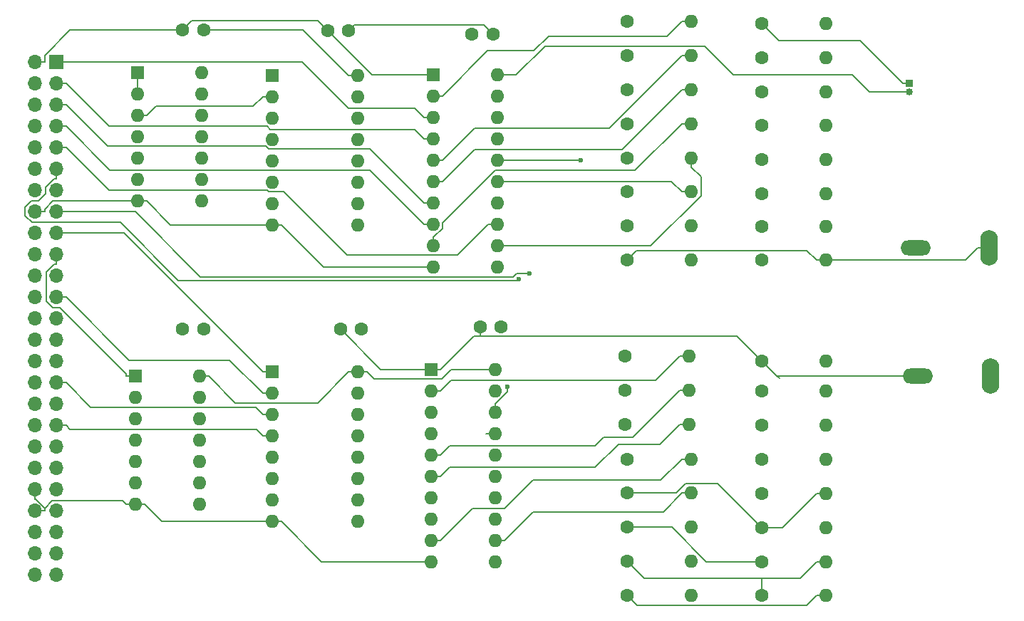
<source format=gbr>
%TF.GenerationSoftware,KiCad,Pcbnew,8.0.1*%
%TF.CreationDate,2024-06-17T09:25:23-04:00*%
%TF.ProjectId,lbporch,6c62706f-7263-4682-9e6b-696361645f70,rev?*%
%TF.SameCoordinates,Original*%
%TF.FileFunction,Copper,L1,Top*%
%TF.FilePolarity,Positive*%
%FSLAX46Y46*%
G04 Gerber Fmt 4.6, Leading zero omitted, Abs format (unit mm)*
G04 Created by KiCad (PCBNEW 8.0.1) date 2024-06-17 09:25:23*
%MOMM*%
%LPD*%
G01*
G04 APERTURE LIST*
%TA.AperFunction,ComponentPad*%
%ADD10R,1.600000X1.600000*%
%TD*%
%TA.AperFunction,ComponentPad*%
%ADD11O,1.600000X1.600000*%
%TD*%
%TA.AperFunction,ComponentPad*%
%ADD12R,0.850000X0.850000*%
%TD*%
%TA.AperFunction,ComponentPad*%
%ADD13O,0.850000X0.850000*%
%TD*%
%TA.AperFunction,ComponentPad*%
%ADD14C,1.600000*%
%TD*%
%TA.AperFunction,ComponentPad*%
%ADD15O,2.100000X4.200000*%
%TD*%
%TA.AperFunction,ComponentPad*%
%ADD16O,3.600000X1.800000*%
%TD*%
%TA.AperFunction,ComponentPad*%
%ADD17R,1.700000X1.700000*%
%TD*%
%TA.AperFunction,ComponentPad*%
%ADD18O,1.700000X1.700000*%
%TD*%
%TA.AperFunction,ViaPad*%
%ADD19C,0.600000*%
%TD*%
%TA.AperFunction,Conductor*%
%ADD20C,0.200000*%
%TD*%
G04 APERTURE END LIST*
D10*
%TO.P,U2,1*%
%TO.N,/A1*%
X87884000Y-93726000D03*
D11*
%TO.P,U2,2*%
X87884000Y-96266000D03*
%TO.P,U2,3*%
%TO.N,/A2*%
X87884000Y-98806000D03*
%TO.P,U2,4*%
X87884000Y-101346000D03*
%TO.P,U2,5*%
%TO.N,/A4*%
X87884000Y-103886000D03*
%TO.P,U2,6*%
%TO.N,/A5*%
X87884000Y-106426000D03*
%TO.P,U2,7,GND*%
%TO.N,GND*%
X87884000Y-108966000D03*
%TO.P,U2,8*%
%TO.N,Net-(U6-E2)*%
X95504000Y-108966000D03*
%TO.P,U2,9*%
%TO.N,N/C*%
X95504000Y-106426000D03*
%TO.P,U2,10*%
X95504000Y-103886000D03*
%TO.P,U2,11*%
%TO.N,/A5*%
X95504000Y-101346000D03*
%TO.P,U2,12*%
X95504000Y-98806000D03*
%TO.P,U2,13*%
%TO.N,N/C*%
X95504000Y-96266000D03*
%TO.P,U2,14,Vcc*%
%TO.N,+5V*%
X95504000Y-93726000D03*
%TD*%
D12*
%TO.P,J4,1,Pin_1*%
%TO.N,GND*%
X179832000Y-58928000D03*
D13*
%TO.P,J4,2,Pin_2*%
%TO.N,+5V*%
X179832000Y-59928000D03*
%TD*%
D10*
%TO.P,U3,1,OE*%
%TO.N,GND*%
X123261700Y-57870000D03*
D11*
%TO.P,U3,2,O0*%
%TO.N,Net-(U3-O0)*%
X123261700Y-60410000D03*
%TO.P,U3,3,D0*%
%TO.N,/D0*%
X123261700Y-62950000D03*
%TO.P,U3,4,D1*%
%TO.N,/D1*%
X123261700Y-65490000D03*
%TO.P,U3,5,O1*%
%TO.N,Net-(U3-O1)*%
X123261700Y-68030000D03*
%TO.P,U3,6,O2*%
%TO.N,Net-(U3-O2)*%
X123261700Y-70570000D03*
%TO.P,U3,7,D2*%
%TO.N,/D2*%
X123261700Y-73110000D03*
%TO.P,U3,8,D3*%
%TO.N,/D3*%
X123261700Y-75650000D03*
%TO.P,U3,9,O3*%
%TO.N,Net-(U3-O3)*%
X123261700Y-78190000D03*
%TO.P,U3,10,GND*%
%TO.N,GND*%
X123261700Y-80730000D03*
%TO.P,U3,11,Cp*%
%TO.N,Net-(U3-Cp)*%
X130881700Y-80730000D03*
%TO.P,U3,12,O4*%
%TO.N,Net-(U3-O4)*%
X130881700Y-78190000D03*
%TO.P,U3,13,D4*%
%TO.N,/D4*%
X130881700Y-75650000D03*
%TO.P,U3,14,D5*%
%TO.N,/D5*%
X130881700Y-73110000D03*
%TO.P,U3,15,O5*%
%TO.N,Net-(U3-O5)*%
X130881700Y-70570000D03*
%TO.P,U3,16,O6*%
%TO.N,Net-(U3-O6)*%
X130881700Y-68030000D03*
%TO.P,U3,17,D6*%
%TO.N,/D6*%
X130881700Y-65490000D03*
%TO.P,U3,18,D7*%
%TO.N,/D7*%
X130881700Y-62950000D03*
%TO.P,U3,19,O7*%
%TO.N,Net-(U3-O7)*%
X130881700Y-60410000D03*
%TO.P,U3,20,VCC*%
%TO.N,+5V*%
X130881700Y-57870000D03*
%TD*%
D14*
%TO.P,C6,1*%
%TO.N,GND*%
X93492000Y-52578000D03*
%TO.P,C6,2*%
%TO.N,+5V*%
X95992000Y-52578000D03*
%TD*%
%TO.P,R24,1*%
%TO.N,Net-(R23-Pad2)*%
X162306000Y-79926000D03*
D11*
%TO.P,R24,2*%
%TO.N,Net-(J2-In)*%
X169926000Y-79926000D03*
%TD*%
D14*
%TO.P,R17,1*%
%TO.N,GND*%
X162306000Y-51774000D03*
D11*
%TO.P,R17,2*%
%TO.N,Net-(R1-Pad1)*%
X169926000Y-51774000D03*
%TD*%
D14*
%TO.P,R32,1*%
%TO.N,Net-(R15-Pad1)*%
X162306000Y-119804000D03*
D11*
%TO.P,R32,2*%
%TO.N,Net-(J3-In)*%
X169926000Y-119804000D03*
%TD*%
D14*
%TO.P,R18,1*%
%TO.N,Net-(R1-Pad1)*%
X162306000Y-55824000D03*
D11*
%TO.P,R18,2*%
%TO.N,Net-(R18-Pad2)*%
X169926000Y-55824000D03*
%TD*%
D14*
%TO.P,C4,1*%
%TO.N,GND*%
X112248000Y-88138000D03*
%TO.P,C4,2*%
%TO.N,+5V*%
X114748000Y-88138000D03*
%TD*%
D10*
%TO.P,U1,1*%
%TO.N,/A1*%
X88138000Y-57653000D03*
D11*
%TO.P,U1,2*%
X88138000Y-60193000D03*
%TO.P,U1,3*%
%TO.N,/A2*%
X88138000Y-62733000D03*
%TO.P,U1,4*%
X88138000Y-65273000D03*
%TO.P,U1,5*%
%TO.N,/A4*%
X88138000Y-67813000D03*
%TO.P,U1,6*%
%TO.N,/A5*%
X88138000Y-70353000D03*
%TO.P,U1,7,GND*%
%TO.N,GND*%
X88138000Y-72893000D03*
%TO.P,U1,8*%
%TO.N,Net-(U5-E2)*%
X95758000Y-72893000D03*
%TO.P,U1,9*%
%TO.N,N/C*%
X95758000Y-70353000D03*
%TO.P,U1,10*%
X95758000Y-67813000D03*
%TO.P,U1,11*%
%TO.N,/A5*%
X95758000Y-65273000D03*
%TO.P,U1,12*%
X95758000Y-62733000D03*
%TO.P,U1,13*%
%TO.N,N/C*%
X95758000Y-60193000D03*
%TO.P,U1,14,Vcc*%
%TO.N,+5V*%
X95758000Y-57653000D03*
%TD*%
D14*
%TO.P,R26,1*%
%TO.N,Net-(R25-Pad2)*%
X162306000Y-95504000D03*
D11*
%TO.P,R26,2*%
%TO.N,Net-(R10-Pad1)*%
X169926000Y-95504000D03*
%TD*%
D14*
%TO.P,R28,1*%
%TO.N,Net-(R11-Pad1)*%
X162306000Y-103604000D03*
D11*
%TO.P,R28,2*%
%TO.N,Net-(R12-Pad1)*%
X169926000Y-103604000D03*
%TD*%
D14*
%TO.P,R1,1*%
%TO.N,Net-(R1-Pad1)*%
X146304000Y-51548000D03*
D11*
%TO.P,R1,2*%
%TO.N,Net-(U3-O0)*%
X153924000Y-51548000D03*
%TD*%
D14*
%TO.P,R25,1*%
%TO.N,GND*%
X162306000Y-91892000D03*
D11*
%TO.P,R25,2*%
%TO.N,Net-(R25-Pad2)*%
X169926000Y-91892000D03*
%TD*%
D14*
%TO.P,C3,1*%
%TO.N,GND*%
X128849700Y-87842000D03*
%TO.P,C3,2*%
%TO.N,+5V*%
X131349700Y-87842000D03*
%TD*%
%TO.P,R29,1*%
%TO.N,Net-(R12-Pad1)*%
X162306000Y-107654000D03*
D11*
%TO.P,R29,2*%
%TO.N,Net-(R13-Pad1)*%
X169926000Y-107654000D03*
%TD*%
D14*
%TO.P,R13,1*%
%TO.N,Net-(R13-Pad1)*%
X146304000Y-107612000D03*
D11*
%TO.P,R13,2*%
%TO.N,Net-(U4-O4)*%
X153924000Y-107612000D03*
%TD*%
D14*
%TO.P,R20,1*%
%TO.N,Net-(R19-Pad2)*%
X162306000Y-63924000D03*
D11*
%TO.P,R20,2*%
%TO.N,Net-(R20-Pad2)*%
X169926000Y-63924000D03*
%TD*%
D10*
%TO.P,U5,1,A0*%
%TO.N,/A0*%
X104100000Y-57927000D03*
D11*
%TO.P,U5,2,A1*%
%TO.N,/A2*%
X104100000Y-60467000D03*
%TO.P,U5,3,A2*%
%TO.N,/A7*%
X104100000Y-63007000D03*
%TO.P,U5,4,E1*%
%TO.N,/XOUT*%
X104100000Y-65547000D03*
%TO.P,U5,5,E2*%
%TO.N,Net-(U5-E2)*%
X104100000Y-68087000D03*
%TO.P,U5,6,E3*%
%TO.N,unconnected-(U5-E3-Pad6)*%
X104100000Y-70627000D03*
%TO.P,U5,7,O7*%
%TO.N,unconnected-(U5-O7-Pad7)*%
X104100000Y-73167000D03*
%TO.P,U5,8,GND*%
%TO.N,GND*%
X104100000Y-75707000D03*
%TO.P,U5,9,O6*%
%TO.N,unconnected-(U5-O6-Pad9)*%
X114260000Y-75707000D03*
%TO.P,U5,10,O5*%
%TO.N,unconnected-(U5-O5-Pad10)*%
X114260000Y-73167000D03*
%TO.P,U5,11,O4*%
%TO.N,unconnected-(U5-O4-Pad11)*%
X114260000Y-70627000D03*
%TO.P,U5,12,O3*%
%TO.N,unconnected-(U5-O3-Pad12)*%
X114260000Y-68087000D03*
%TO.P,U5,13,O2*%
%TO.N,unconnected-(U5-O2-Pad13)*%
X114260000Y-65547000D03*
%TO.P,U5,14,O1*%
%TO.N,unconnected-(U5-O1-Pad14)*%
X114260000Y-63007000D03*
%TO.P,U5,15,O0*%
%TO.N,Net-(U3-Cp)*%
X114260000Y-60467000D03*
%TO.P,U5,16,VCC*%
%TO.N,+5V*%
X114260000Y-57927000D03*
%TD*%
D14*
%TO.P,R22,1*%
%TO.N,Net-(R21-Pad2)*%
X162306000Y-72024000D03*
D11*
%TO.P,R22,2*%
%TO.N,Net-(R22-Pad2)*%
X169926000Y-72024000D03*
%TD*%
D14*
%TO.P,R31,1*%
%TO.N,Net-(R14-Pad1)*%
X162306000Y-115754000D03*
D11*
%TO.P,R31,2*%
%TO.N,Net-(R15-Pad1)*%
X169926000Y-115754000D03*
%TD*%
D14*
%TO.P,R4,1*%
%TO.N,Net-(R20-Pad2)*%
X146304000Y-63698000D03*
D11*
%TO.P,R4,2*%
%TO.N,Net-(U3-O3)*%
X153924000Y-63698000D03*
%TD*%
D15*
%TO.P,J3,1,In*%
%TO.N,Net-(J3-In)*%
X189515000Y-93726000D03*
D16*
%TO.P,J3,2,Ext*%
%TO.N,GND*%
X180815000Y-93726000D03*
%TD*%
D14*
%TO.P,R14,1*%
%TO.N,Net-(R14-Pad1)*%
X146304000Y-111662000D03*
D11*
%TO.P,R14,2*%
%TO.N,Net-(U4-O5)*%
X153924000Y-111662000D03*
%TD*%
D14*
%TO.P,R16,1*%
%TO.N,Net-(J3-In)*%
X146304000Y-119762000D03*
D11*
%TO.P,R16,2*%
%TO.N,Net-(U4-O7)*%
X153924000Y-119762000D03*
%TD*%
D10*
%TO.P,U6,1,A0*%
%TO.N,/A0*%
X104120000Y-93218000D03*
D11*
%TO.P,U6,2,A1*%
%TO.N,/A3*%
X104120000Y-95758000D03*
%TO.P,U6,3,A2*%
%TO.N,/A7*%
X104120000Y-98298000D03*
%TO.P,U6,4,E1*%
%TO.N,/XOUT*%
X104120000Y-100838000D03*
%TO.P,U6,5,E2*%
%TO.N,Net-(U6-E2)*%
X104120000Y-103378000D03*
%TO.P,U6,6,E3*%
%TO.N,unconnected-(U6-E3-Pad6)*%
X104120000Y-105918000D03*
%TO.P,U6,7,O7*%
%TO.N,unconnected-(U6-O7-Pad7)*%
X104120000Y-108458000D03*
%TO.P,U6,8,GND*%
%TO.N,GND*%
X104120000Y-110998000D03*
%TO.P,U6,9,O6*%
%TO.N,unconnected-(U6-O6-Pad9)*%
X114280000Y-110998000D03*
%TO.P,U6,10,O5*%
%TO.N,unconnected-(U6-O5-Pad10)*%
X114280000Y-108458000D03*
%TO.P,U6,11,O4*%
%TO.N,unconnected-(U6-O4-Pad11)*%
X114280000Y-105918000D03*
%TO.P,U6,12,O3*%
%TO.N,unconnected-(U6-O3-Pad12)*%
X114280000Y-103378000D03*
%TO.P,U6,13,O2*%
%TO.N,unconnected-(U6-O2-Pad13)*%
X114280000Y-100838000D03*
%TO.P,U6,14,O1*%
%TO.N,unconnected-(U6-O1-Pad14)*%
X114280000Y-98298000D03*
%TO.P,U6,15,O0*%
%TO.N,Net-(U4-Cp)*%
X114280000Y-95758000D03*
%TO.P,U6,16,VCC*%
%TO.N,+5V*%
X114280000Y-93218000D03*
%TD*%
D14*
%TO.P,R10,1*%
%TO.N,Net-(R10-Pad1)*%
X146050000Y-95392000D03*
D11*
%TO.P,R10,2*%
%TO.N,Net-(U4-O1)*%
X153670000Y-95392000D03*
%TD*%
D14*
%TO.P,R30,1*%
%TO.N,Net-(R13-Pad1)*%
X162306000Y-111704000D03*
D11*
%TO.P,R30,2*%
%TO.N,Net-(R14-Pad1)*%
X169926000Y-111704000D03*
%TD*%
D14*
%TO.P,C2,1*%
%TO.N,GND*%
X127873700Y-53044000D03*
%TO.P,C2,2*%
%TO.N,+5V*%
X130373700Y-53044000D03*
%TD*%
%TO.P,R11,1*%
%TO.N,Net-(R11-Pad1)*%
X146050000Y-99442000D03*
D11*
%TO.P,R11,2*%
%TO.N,Net-(U4-O2)*%
X153670000Y-99442000D03*
%TD*%
D14*
%TO.P,R12,1*%
%TO.N,Net-(R12-Pad1)*%
X146304000Y-103562000D03*
D11*
%TO.P,R12,2*%
%TO.N,Net-(U4-O3)*%
X153924000Y-103562000D03*
%TD*%
D14*
%TO.P,R15,1*%
%TO.N,Net-(R15-Pad1)*%
X146304000Y-115712000D03*
D11*
%TO.P,R15,2*%
%TO.N,Net-(U4-O6)*%
X153924000Y-115712000D03*
%TD*%
D10*
%TO.P,U4,1,OE*%
%TO.N,GND*%
X123007700Y-92922000D03*
D11*
%TO.P,U4,2,O0*%
%TO.N,Net-(U4-O0)*%
X123007700Y-95462000D03*
%TO.P,U4,3,D0*%
%TO.N,/D0*%
X123007700Y-98002000D03*
%TO.P,U4,4,D1*%
%TO.N,/D1*%
X123007700Y-100542000D03*
%TO.P,U4,5,O1*%
%TO.N,Net-(U4-O1)*%
X123007700Y-103082000D03*
%TO.P,U4,6,O2*%
%TO.N,Net-(U4-O2)*%
X123007700Y-105622000D03*
%TO.P,U4,7,D2*%
%TO.N,/D2*%
X123007700Y-108162000D03*
%TO.P,U4,8,D3*%
%TO.N,/D3*%
X123007700Y-110702000D03*
%TO.P,U4,9,O3*%
%TO.N,Net-(U4-O3)*%
X123007700Y-113242000D03*
%TO.P,U4,10,GND*%
%TO.N,GND*%
X123007700Y-115782000D03*
%TO.P,U4,11,Cp*%
%TO.N,Net-(U4-Cp)*%
X130627700Y-115782000D03*
%TO.P,U4,12,O4*%
%TO.N,Net-(U4-O4)*%
X130627700Y-113242000D03*
%TO.P,U4,13,D4*%
%TO.N,/D4*%
X130627700Y-110702000D03*
%TO.P,U4,14,D5*%
%TO.N,/D5*%
X130627700Y-108162000D03*
%TO.P,U4,15,O5*%
%TO.N,Net-(U4-O5)*%
X130627700Y-105622000D03*
%TO.P,U4,16,O6*%
%TO.N,Net-(U4-O6)*%
X130627700Y-103082000D03*
%TO.P,U4,17,D6*%
%TO.N,/D6*%
X130627700Y-100542000D03*
%TO.P,U4,18,D7*%
%TO.N,/D7*%
X130627700Y-98002000D03*
%TO.P,U4,19,O7*%
%TO.N,Net-(U4-O7)*%
X130627700Y-95462000D03*
%TO.P,U4,20,VCC*%
%TO.N,+5V*%
X130627700Y-92922000D03*
%TD*%
D14*
%TO.P,R3,1*%
%TO.N,Net-(R19-Pad2)*%
X146304000Y-59648000D03*
D11*
%TO.P,R3,2*%
%TO.N,Net-(U3-O2)*%
X153924000Y-59648000D03*
%TD*%
D14*
%TO.P,R6,1*%
%TO.N,Net-(R22-Pad2)*%
X146304000Y-71798000D03*
D11*
%TO.P,R6,2*%
%TO.N,Net-(U3-O5)*%
X153924000Y-71798000D03*
%TD*%
D14*
%TO.P,R21,1*%
%TO.N,Net-(R20-Pad2)*%
X162306000Y-67974000D03*
D11*
%TO.P,R21,2*%
%TO.N,Net-(R21-Pad2)*%
X169926000Y-67974000D03*
%TD*%
D14*
%TO.P,R8,1*%
%TO.N,Net-(J2-In)*%
X146304000Y-79898000D03*
D11*
%TO.P,R8,2*%
%TO.N,Net-(U3-O7)*%
X153924000Y-79898000D03*
%TD*%
D14*
%TO.P,R27,1*%
%TO.N,Net-(R10-Pad1)*%
X162306000Y-99554000D03*
D11*
%TO.P,R27,2*%
%TO.N,Net-(R11-Pad1)*%
X169926000Y-99554000D03*
%TD*%
D14*
%TO.P,R19,1*%
%TO.N,Net-(R18-Pad2)*%
X162306000Y-59874000D03*
D11*
%TO.P,R19,2*%
%TO.N,Net-(R19-Pad2)*%
X169926000Y-59874000D03*
%TD*%
D14*
%TO.P,C5,1*%
%TO.N,GND*%
X93492000Y-88138000D03*
%TO.P,C5,2*%
%TO.N,+5V*%
X95992000Y-88138000D03*
%TD*%
%TO.P,R2,1*%
%TO.N,Net-(R18-Pad2)*%
X146304000Y-55598000D03*
D11*
%TO.P,R2,2*%
%TO.N,Net-(U3-O1)*%
X153924000Y-55598000D03*
%TD*%
D14*
%TO.P,R9,1*%
%TO.N,Net-(R25-Pad2)*%
X146050000Y-91342000D03*
D11*
%TO.P,R9,2*%
%TO.N,Net-(U4-O0)*%
X153670000Y-91342000D03*
%TD*%
D14*
%TO.P,R23,1*%
%TO.N,Net-(R22-Pad2)*%
X162306000Y-75876000D03*
D11*
%TO.P,R23,2*%
%TO.N,Net-(R23-Pad2)*%
X169926000Y-75876000D03*
%TD*%
D14*
%TO.P,R5,1*%
%TO.N,Net-(R21-Pad2)*%
X146304000Y-67748000D03*
D11*
%TO.P,R5,2*%
%TO.N,Net-(U3-O4)*%
X153924000Y-67748000D03*
%TD*%
D14*
%TO.P,R7,1*%
%TO.N,Net-(R23-Pad2)*%
X146304000Y-75848000D03*
D11*
%TO.P,R7,2*%
%TO.N,Net-(U3-O6)*%
X153924000Y-75848000D03*
%TD*%
D15*
%TO.P,J2,1,In*%
%TO.N,Net-(J2-In)*%
X189296000Y-78486000D03*
D16*
%TO.P,J2,2,Ext*%
%TO.N,GND*%
X180596000Y-78486000D03*
%TD*%
D14*
%TO.P,C1,1*%
%TO.N,GND*%
X110704000Y-52593000D03*
%TO.P,C1,2*%
%TO.N,+5V*%
X113204000Y-52593000D03*
%TD*%
D17*
%TO.P,J1,1,Pin_1*%
%TO.N,/D0*%
X78486000Y-56388000D03*
D18*
%TO.P,J1,2,Pin_2*%
%TO.N,GND*%
X75946000Y-56388000D03*
%TO.P,J1,3,Pin_3*%
%TO.N,/D1*%
X78486000Y-58928000D03*
%TO.P,J1,4,Pin_4*%
%TO.N,GND*%
X75946000Y-58928000D03*
%TO.P,J1,5,Pin_5*%
%TO.N,/D2*%
X78486000Y-61468000D03*
%TO.P,J1,6,Pin_6*%
%TO.N,GND*%
X75946000Y-61468000D03*
%TO.P,J1,7,Pin_7*%
%TO.N,/D3*%
X78486000Y-64008000D03*
%TO.P,J1,8,Pin_8*%
%TO.N,GND*%
X75946000Y-64008000D03*
%TO.P,J1,9,Pin_9*%
%TO.N,/D4*%
X78486000Y-66548000D03*
%TO.P,J1,10,Pin_10*%
%TO.N,GND*%
X75946000Y-66548000D03*
%TO.P,J1,11,Pin_11*%
%TO.N,/D5*%
X78486000Y-69088000D03*
%TO.P,J1,12,Pin_12*%
%TO.N,GND*%
X75946000Y-69088000D03*
%TO.P,J1,13,Pin_13*%
%TO.N,/D6*%
X78486000Y-71628000D03*
%TO.P,J1,14,Pin_14*%
%TO.N,GND*%
X75946000Y-71628000D03*
%TO.P,J1,15,Pin_15*%
%TO.N,/D7*%
X78486000Y-74168000D03*
%TO.P,J1,16,Pin_16*%
%TO.N,GND*%
X75946000Y-74168000D03*
%TO.P,J1,17,Pin_17*%
%TO.N,/A0*%
X78486000Y-76708000D03*
%TO.P,J1,18,Pin_18*%
%TO.N,GND*%
X75946000Y-76708000D03*
%TO.P,J1,19,Pin_19*%
%TO.N,/A1*%
X78486000Y-79248000D03*
%TO.P,J1,20,Pin_20*%
%TO.N,GND*%
X75946000Y-79248000D03*
%TO.P,J1,21,Pin_21*%
%TO.N,/A2*%
X78486000Y-81788000D03*
%TO.P,J1,22,Pin_22*%
%TO.N,GND*%
X75946000Y-81788000D03*
%TO.P,J1,23,Pin_23*%
%TO.N,/A3*%
X78486000Y-84328000D03*
%TO.P,J1,24,Pin_24*%
%TO.N,GND*%
X75946000Y-84328000D03*
%TO.P,J1,25,Pin_25*%
%TO.N,/A4*%
X78486000Y-86868000D03*
%TO.P,J1,26,Pin_26*%
%TO.N,GND*%
X75946000Y-86868000D03*
%TO.P,J1,27,Pin_27*%
%TO.N,/A5*%
X78486000Y-89408000D03*
%TO.P,J1,28,Pin_28*%
%TO.N,GND*%
X75946000Y-89408000D03*
%TO.P,J1,29,Pin_29*%
%TO.N,/A6*%
X78486000Y-91948000D03*
%TO.P,J1,30,Pin_30*%
%TO.N,GND*%
X75946000Y-91948000D03*
%TO.P,J1,31,Pin_31*%
%TO.N,/A7*%
X78486000Y-94488000D03*
%TO.P,J1,32,Pin_32*%
%TO.N,GND*%
X75946000Y-94488000D03*
%TO.P,J1,33,Pin_33*%
%TO.N,/XIN*%
X78486000Y-97028000D03*
%TO.P,J1,34,Pin_34*%
%TO.N,GND*%
X75946000Y-97028000D03*
%TO.P,J1,35,Pin_35*%
%TO.N,/XOUT*%
X78486000Y-99568000D03*
%TO.P,J1,36,Pin_36*%
%TO.N,GND*%
X75946000Y-99568000D03*
%TO.P,J1,37,Pin_37*%
%TO.N,/XRESET*%
X78486000Y-102108000D03*
%TO.P,J1,38,Pin_38*%
%TO.N,GND*%
X75946000Y-102108000D03*
%TO.P,J1,39,Pin_39*%
%TO.N,/XINT*%
X78486000Y-104648000D03*
%TO.P,J1,40,Pin_40*%
%TO.N,GND*%
X75946000Y-104648000D03*
%TO.P,J1,41,Pin_41*%
%TO.N,/XWAIT*%
X78486000Y-107188000D03*
%TO.P,J1,42,Pin_42*%
%TO.N,GND*%
X75946000Y-107188000D03*
%TO.P,J1,43,Pin_43*%
%TO.N,/EXTIOSEL*%
X78486000Y-109728000D03*
%TO.P,J1,44,Pin_44*%
%TO.N,GND*%
X75946000Y-109728000D03*
%TO.P,J1,45,Pin_45*%
%TO.N,unconnected-(J1-Pin_45-Pad45)*%
X78486000Y-112268000D03*
%TO.P,J1,46,Pin_46*%
%TO.N,GND*%
X75946000Y-112268000D03*
%TO.P,J1,47,Pin_47*%
%TO.N,/XMI*%
X78486000Y-114808000D03*
%TO.P,J1,48,Pin_48*%
%TO.N,GND*%
X75946000Y-114808000D03*
%TO.P,J1,49,Pin_49*%
%TO.N,/XIDRQ*%
X78486000Y-117348000D03*
%TO.P,J1,50,Pin_50*%
%TO.N,GND*%
X75946000Y-117348000D03*
%TD*%
D19*
%TO.N,Net-(U3-O6)*%
X140820000Y-68030000D03*
%TO.N,/D7*%
X134711000Y-81514200D03*
X132087000Y-94950900D03*
%TO.N,/D5*%
X133468000Y-82173800D03*
%TD*%
D20*
%TO.N,Net-(R15-Pad1)*%
X148329000Y-117737000D02*
X162306000Y-117737000D01*
X146304000Y-115712000D02*
X148329000Y-117737000D01*
X162306000Y-117737000D02*
X162306000Y-119804000D01*
X168824000Y-115754000D02*
X169926000Y-115754000D01*
X166841000Y-117737000D02*
X168824000Y-115754000D01*
X162306000Y-117737000D02*
X166841000Y-117737000D01*
%TO.N,Net-(R14-Pad1)*%
X155724000Y-115754000D02*
X162306000Y-115754000D01*
X151632000Y-111662000D02*
X155724000Y-115754000D01*
X146304000Y-111662000D02*
X151632000Y-111662000D01*
%TO.N,Net-(R13-Pad1)*%
X157069000Y-106467000D02*
X162306000Y-111704000D01*
X153269000Y-106467000D02*
X157069000Y-106467000D01*
X152124000Y-107612000D02*
X153269000Y-106467000D01*
X146304000Y-107612000D02*
X152124000Y-107612000D01*
X164774000Y-111704000D02*
X162306000Y-111704000D01*
X168824000Y-107654000D02*
X164774000Y-111704000D01*
X169926000Y-107654000D02*
X168824000Y-107654000D01*
%TO.N,Net-(U4-O4)*%
X131729000Y-113242000D02*
X130628000Y-113242000D01*
X135139000Y-109832000D02*
X131729000Y-113242000D01*
X150602000Y-109832000D02*
X135139000Y-109832000D01*
X152822000Y-107612000D02*
X150602000Y-109832000D01*
X153924000Y-107612000D02*
X152822000Y-107612000D01*
X130628000Y-113242000D02*
X130627700Y-113242000D01*
%TO.N,Net-(U4-O3)*%
X152822000Y-103562000D02*
X153924000Y-103562000D01*
X150317000Y-106067000D02*
X152822000Y-103562000D01*
X135093000Y-106067000D02*
X150317000Y-106067000D01*
X131728000Y-109432000D02*
X135093000Y-106067000D01*
X127919000Y-109432000D02*
X131728000Y-109432000D01*
X124109000Y-113242000D02*
X127919000Y-109432000D01*
X123008000Y-113242000D02*
X124109000Y-113242000D01*
X123008000Y-113242000D02*
X123007700Y-113242000D01*
%TO.N,Net-(U4-O2)*%
X152568000Y-99442000D02*
X153670000Y-99442000D01*
X150234000Y-101777000D02*
X152568000Y-99442000D01*
X145271000Y-101777000D02*
X150234000Y-101777000D01*
X142528000Y-104520000D02*
X145271000Y-101777000D01*
X125211000Y-104520000D02*
X142528000Y-104520000D01*
X124109000Y-105622000D02*
X125211000Y-104520000D01*
X123008000Y-105622000D02*
X124109000Y-105622000D01*
X123008000Y-105622000D02*
X123007700Y-105622000D01*
%TO.N,Net-(U4-O1)*%
X152568000Y-95392000D02*
X153670000Y-95392000D01*
X146986000Y-100975000D02*
X152568000Y-95392000D01*
X143528000Y-100975000D02*
X146986000Y-100975000D01*
X142522000Y-101980000D02*
X143528000Y-100975000D01*
X125211000Y-101980000D02*
X142522000Y-101980000D01*
X124109000Y-103082000D02*
X125211000Y-101980000D01*
X123008000Y-103082000D02*
X124109000Y-103082000D01*
X123008000Y-103082000D02*
X123007700Y-103082000D01*
%TO.N,Net-(U4-O0)*%
X152568000Y-91342000D02*
X153670000Y-91342000D01*
X149718000Y-94192000D02*
X152568000Y-91342000D01*
X125379000Y-94192000D02*
X149718000Y-94192000D01*
X124109000Y-95462000D02*
X125379000Y-94192000D01*
X123008000Y-95462000D02*
X124109000Y-95462000D01*
X123008000Y-95462000D02*
X123007700Y-95462000D01*
%TO.N,Net-(U3-O6)*%
X130882000Y-68030000D02*
X140820000Y-68030000D01*
X130882000Y-68030000D02*
X130881700Y-68030000D01*
%TO.N,Net-(U3-O5)*%
X152822000Y-71798000D02*
X153924000Y-71798000D01*
X151594000Y-70570000D02*
X152822000Y-71798000D01*
X130882000Y-70570000D02*
X151594000Y-70570000D01*
X130882000Y-70570000D02*
X130881700Y-70570000D01*
%TO.N,Net-(U3-O4)*%
X149126000Y-78190000D02*
X130882000Y-78190000D01*
X155077000Y-72238900D02*
X149126000Y-78190000D01*
X155077000Y-70002600D02*
X155077000Y-72238900D01*
X153924000Y-68849700D02*
X155077000Y-70002600D01*
X153924000Y-67748000D02*
X153924000Y-68849700D01*
X130882000Y-78190000D02*
X130881700Y-78190000D01*
%TO.N,Net-(U3-O3)*%
X123262000Y-78190000D02*
X123262000Y-77639100D01*
X152822000Y-63698000D02*
X153924000Y-63698000D01*
X147275000Y-69245400D02*
X152822000Y-63698000D01*
X130614000Y-69245400D02*
X147275000Y-69245400D01*
X124363000Y-75495800D02*
X130614000Y-69245400D01*
X124363000Y-76124400D02*
X124363000Y-75495800D01*
X123400000Y-77088300D02*
X124363000Y-76124400D01*
X123262000Y-77088300D02*
X123400000Y-77088300D01*
X123262000Y-77639100D02*
X123262000Y-77088300D01*
X123261700Y-77639400D02*
X123261700Y-78190000D01*
X123262000Y-77639100D02*
X123261700Y-77639400D01*
%TO.N,Net-(U3-O2)*%
X124363000Y-70570000D02*
X123262000Y-70570000D01*
X128173000Y-66760000D02*
X124363000Y-70570000D01*
X145710000Y-66760000D02*
X128173000Y-66760000D01*
X152822000Y-59648000D02*
X145710000Y-66760000D01*
X153924000Y-59648000D02*
X152822000Y-59648000D01*
X123262000Y-70570000D02*
X123261700Y-70570000D01*
%TO.N,Net-(U3-O1)*%
X152822000Y-55598000D02*
X153924000Y-55598000D01*
X144200000Y-64220000D02*
X152822000Y-55598000D01*
X128173000Y-64220000D02*
X144200000Y-64220000D01*
X124363000Y-68030000D02*
X128173000Y-64220000D01*
X123262000Y-68030000D02*
X124363000Y-68030000D01*
X123262000Y-68030000D02*
X123261700Y-68030000D01*
%TO.N,Net-(U3-O0)*%
X152822000Y-51548000D02*
X153924000Y-51548000D01*
X151083000Y-53287600D02*
X152822000Y-51548000D01*
X136992000Y-53287600D02*
X151083000Y-53287600D01*
X135246000Y-55033500D02*
X136992000Y-53287600D01*
X129740000Y-55033500D02*
X135246000Y-55033500D01*
X124363000Y-60410000D02*
X129740000Y-55033500D01*
X123262000Y-60410000D02*
X124363000Y-60410000D01*
X123262000Y-60410000D02*
X123261700Y-60410000D01*
%TO.N,Net-(J3-In)*%
X147497000Y-120955000D02*
X146304000Y-119762000D01*
X167674000Y-120955000D02*
X147497000Y-120955000D01*
X168824000Y-119804000D02*
X167674000Y-120955000D01*
X169926000Y-119804000D02*
X168824000Y-119804000D01*
%TO.N,Net-(J2-In)*%
X189296000Y-78486000D02*
X187944000Y-78486000D01*
X147427000Y-78774700D02*
X146304000Y-79898000D01*
X167673000Y-78774700D02*
X147427000Y-78774700D01*
X168824000Y-79926000D02*
X167673000Y-78774700D01*
X169926000Y-79926000D02*
X168824000Y-79926000D01*
X186504000Y-79926000D02*
X187944000Y-78486000D01*
X169926000Y-79926000D02*
X186504000Y-79926000D01*
%TO.N,/D7*%
X133138000Y-81514200D02*
X134711000Y-81514200D01*
X132775000Y-81877200D02*
X133138000Y-81514200D01*
X95566400Y-81877200D02*
X132775000Y-81877200D01*
X87857200Y-74168000D02*
X95566400Y-81877200D01*
X78486000Y-74168000D02*
X87857200Y-74168000D01*
X130628000Y-98002000D02*
X130628000Y-97451100D01*
X132087000Y-95578800D02*
X132087000Y-94950900D01*
X130765000Y-96900300D02*
X132087000Y-95578800D01*
X130628000Y-96900300D02*
X130765000Y-96900300D01*
X130628000Y-97451100D02*
X130628000Y-96900300D01*
X130627700Y-97451400D02*
X130627700Y-98002000D01*
X130628000Y-97451100D02*
X130627700Y-97451400D01*
%TO.N,/D0*%
X122160000Y-62950000D02*
X123261700Y-62950000D01*
X121058000Y-61848300D02*
X122160000Y-62950000D01*
X113157000Y-61848300D02*
X121058000Y-61848300D01*
X107697000Y-56388000D02*
X113157000Y-61848300D01*
X78486000Y-56388000D02*
X107697000Y-56388000D01*
X123262000Y-62950000D02*
X123261700Y-62950000D01*
%TO.N,/A3*%
X79637700Y-84328000D02*
X78486000Y-84328000D01*
X87144700Y-91835000D02*
X79637700Y-84328000D01*
X99095300Y-91835000D02*
X87144700Y-91835000D01*
X103018000Y-95758000D02*
X99095300Y-91835000D01*
X104120000Y-95758000D02*
X103018000Y-95758000D01*
%TO.N,/D1*%
X123262000Y-65490000D02*
X123261700Y-65490000D01*
X79637700Y-58928000D02*
X78486000Y-58928000D01*
X84712700Y-64003000D02*
X79637700Y-58928000D01*
X103538000Y-64003000D02*
X84712700Y-64003000D01*
X103923000Y-64388300D02*
X103538000Y-64003000D01*
X121058000Y-64388300D02*
X103923000Y-64388300D01*
X122160000Y-65490000D02*
X121058000Y-64388300D01*
X123261700Y-65490000D02*
X122160000Y-65490000D01*
%TO.N,/D3*%
X79637700Y-64008000D02*
X78486000Y-64008000D01*
X84876900Y-69247200D02*
X79637700Y-64008000D01*
X115757000Y-69247200D02*
X84876900Y-69247200D01*
X122160000Y-75650000D02*
X115757000Y-69247200D01*
X123261700Y-75650000D02*
X122160000Y-75650000D01*
X123262000Y-75650000D02*
X123261700Y-75650000D01*
%TO.N,/D2*%
X122160000Y-73110000D02*
X123261700Y-73110000D01*
X115763000Y-66712800D02*
X122160000Y-73110000D01*
X103708000Y-66712800D02*
X115763000Y-66712800D01*
X103370000Y-66374700D02*
X103708000Y-66712800D01*
X84544400Y-66374700D02*
X103370000Y-66374700D01*
X79637700Y-61468000D02*
X84544400Y-66374700D01*
X78486000Y-61468000D02*
X79637700Y-61468000D01*
X123261700Y-73110000D02*
X123262000Y-73110000D01*
%TO.N,/D6*%
X130628000Y-100542000D02*
X130627700Y-100542000D01*
X130627700Y-100542000D02*
X129526000Y-100542000D01*
%TO.N,/A2*%
X102998000Y-60467000D02*
X104100000Y-60467000D01*
X101834000Y-61631300D02*
X102998000Y-60467000D01*
X90341400Y-61631300D02*
X101834000Y-61631300D01*
X89239700Y-62733000D02*
X90341400Y-61631300D01*
X88138000Y-62733000D02*
X89239700Y-62733000D01*
%TO.N,/D4*%
X130882000Y-75650000D02*
X130881700Y-75650000D01*
X79637700Y-66548000D02*
X78486000Y-66548000D01*
X84717700Y-71628000D02*
X79637700Y-66548000D01*
X103543000Y-71628000D02*
X84717700Y-71628000D01*
X103708000Y-71792800D02*
X103543000Y-71628000D01*
X105532000Y-71792800D02*
X103708000Y-71792800D01*
X113048000Y-79308400D02*
X105532000Y-71792800D01*
X126122000Y-79308400D02*
X113048000Y-79308400D01*
X129780000Y-75650000D02*
X126122000Y-79308400D01*
X130881700Y-75650000D02*
X129780000Y-75650000D01*
%TO.N,/A0*%
X103018000Y-93218000D02*
X104120000Y-93218000D01*
X86508300Y-76708000D02*
X103018000Y-93218000D01*
X78486000Y-76708000D02*
X86508300Y-76708000D01*
%TO.N,/D5*%
X133316000Y-82326000D02*
X133468000Y-82173800D01*
X93000300Y-82326000D02*
X133316000Y-82326000D01*
X86115300Y-75441000D02*
X93000300Y-82326000D01*
X75586900Y-75441000D02*
X86115300Y-75441000D01*
X74794300Y-74648400D02*
X75586900Y-75441000D01*
X74794300Y-73655600D02*
X74794300Y-74648400D01*
X75551900Y-72898000D02*
X74794300Y-73655600D01*
X76364300Y-72898000D02*
X75551900Y-72898000D01*
X77216000Y-72046300D02*
X76364300Y-72898000D01*
X77216000Y-71241200D02*
X77216000Y-72046300D01*
X78217500Y-70239700D02*
X77216000Y-71241200D01*
X78486000Y-70239700D02*
X78217500Y-70239700D01*
X78486000Y-69088000D02*
X78486000Y-70239700D01*
%TO.N,/XOUT*%
X103018000Y-100838000D02*
X104120000Y-100838000D01*
X102239000Y-100059000D02*
X103018000Y-100838000D01*
X80128700Y-100059000D02*
X102239000Y-100059000D01*
X79637700Y-99568000D02*
X80128700Y-100059000D01*
X78486000Y-99568000D02*
X79637700Y-99568000D01*
%TO.N,/A1*%
X88138000Y-60193000D02*
X88138000Y-57653000D01*
X86782300Y-93726000D02*
X87884000Y-93726000D01*
X86782300Y-93450600D02*
X86782300Y-93726000D01*
X78929700Y-85598000D02*
X86782300Y-93450600D01*
X78067600Y-85598000D02*
X78929700Y-85598000D01*
X77275900Y-84806300D02*
X78067600Y-85598000D01*
X77275900Y-81321900D02*
X77275900Y-84806300D01*
X78198100Y-80399700D02*
X77275900Y-81321900D01*
X78486000Y-80399700D02*
X78198100Y-80399700D01*
X78486000Y-79248000D02*
X78486000Y-80399700D01*
%TO.N,/A7*%
X103018000Y-98298000D02*
X104120000Y-98298000D01*
X102150000Y-97429700D02*
X103018000Y-98298000D01*
X82579400Y-97429700D02*
X102150000Y-97429700D01*
X79637700Y-94488000D02*
X82579400Y-97429700D01*
X78486000Y-94488000D02*
X79637700Y-94488000D01*
%TO.N,GND*%
X110225000Y-80730000D02*
X123261700Y-80730000D01*
X105202000Y-75707000D02*
X110225000Y-80730000D01*
X104100000Y-75707000D02*
X105202000Y-75707000D01*
X115981000Y-57870000D02*
X123261700Y-57870000D01*
X110704000Y-52593000D02*
X115981000Y-57870000D01*
X89239700Y-72893000D02*
X88138000Y-72893000D01*
X92053700Y-75707000D02*
X89239700Y-72893000D01*
X104100000Y-75707000D02*
X92053700Y-75707000D01*
X86782300Y-108966000D02*
X87884000Y-108966000D01*
X86337800Y-108522000D02*
X86782300Y-108966000D01*
X78016300Y-108522000D02*
X86337800Y-108522000D01*
X77097700Y-109440000D02*
X78016300Y-108522000D01*
X164331000Y-53799000D02*
X162306000Y-51774000D01*
X173976000Y-53799000D02*
X164331000Y-53799000D01*
X179105000Y-58928000D02*
X173976000Y-53799000D01*
X179832000Y-58928000D02*
X179105000Y-58928000D01*
X77097700Y-74168000D02*
X75946000Y-74168000D01*
X77097700Y-73899500D02*
X77097700Y-74168000D01*
X78104200Y-72893000D02*
X77097700Y-73899500D01*
X88138000Y-72893000D02*
X78104200Y-72893000D01*
X77097700Y-109728000D02*
X77097700Y-109440000D01*
X75946000Y-109728000D02*
X77097700Y-109728000D01*
X109586000Y-51474700D02*
X110704000Y-52593000D01*
X94595300Y-51474700D02*
X109586000Y-51474700D01*
X93492000Y-52578000D02*
X94595300Y-51474700D01*
X75997300Y-108340000D02*
X77097700Y-109440000D01*
X75946000Y-108340000D02*
X75997300Y-108340000D01*
X75946000Y-107188000D02*
X75946000Y-108340000D01*
X91017700Y-110998000D02*
X104120000Y-110998000D01*
X88985700Y-108966000D02*
X91017700Y-110998000D01*
X87884000Y-108966000D02*
X88985700Y-108966000D01*
X159382000Y-88968100D02*
X128850000Y-88968100D01*
X162306000Y-91892000D02*
X159382000Y-88968100D01*
X80115900Y-52578000D02*
X93492000Y-52578000D01*
X77097700Y-55596200D02*
X80115900Y-52578000D01*
X77097700Y-56388000D02*
X77097700Y-55596200D01*
X75946000Y-56388000D02*
X77097700Y-56388000D01*
X110006000Y-115782000D02*
X123007700Y-115782000D01*
X105222000Y-110998000D02*
X110006000Y-115782000D01*
X104120000Y-110998000D02*
X105222000Y-110998000D01*
X123007700Y-115782000D02*
X123008000Y-115782000D01*
X124109000Y-92922000D02*
X123007700Y-92922000D01*
X128063000Y-88968100D02*
X124109000Y-92922000D01*
X128850000Y-88968100D02*
X128063000Y-88968100D01*
X117032000Y-92922000D02*
X112248000Y-88138000D01*
X123007700Y-92922000D02*
X117032000Y-92922000D01*
X123261700Y-57870000D02*
X123262000Y-57870000D01*
X123262000Y-80730000D02*
X123261700Y-80730000D01*
X128850000Y-87842000D02*
X128850000Y-88405000D01*
X128850000Y-88405000D02*
X128850000Y-88968100D01*
X128849700Y-88404700D02*
X128849700Y-87842000D01*
X128850000Y-88405000D02*
X128849700Y-88404700D01*
X164394000Y-93980000D02*
X164112000Y-93698000D01*
X164112000Y-93698000D02*
X162306000Y-91892000D01*
X178685300Y-93698000D02*
X178713300Y-93726000D01*
X164112000Y-93698000D02*
X178685300Y-93698000D01*
X180815000Y-93726000D02*
X178713300Y-93726000D01*
%TO.N,+5V*%
X107809000Y-52578000D02*
X95992000Y-52578000D01*
X113158000Y-57927000D02*
X107809000Y-52578000D01*
X114260000Y-57927000D02*
X113158000Y-57927000D01*
X113178000Y-93218000D02*
X114280000Y-93218000D01*
X109523000Y-96873200D02*
X113178000Y-93218000D01*
X99752900Y-96873200D02*
X109523000Y-96873200D01*
X96605700Y-93726000D02*
X99752900Y-96873200D01*
X95504000Y-93726000D02*
X96605700Y-93726000D01*
X130628000Y-92922000D02*
X130627700Y-92922000D01*
X115382000Y-93218000D02*
X114280000Y-93218000D01*
X116214000Y-94050300D02*
X115382000Y-93218000D01*
X124251000Y-94050300D02*
X116214000Y-94050300D01*
X125379000Y-92922000D02*
X124251000Y-94050300D01*
X130627700Y-92922000D02*
X125379000Y-92922000D01*
X175096000Y-59928000D02*
X179832000Y-59928000D01*
X173017000Y-57849000D02*
X175096000Y-59928000D01*
X158899000Y-57849000D02*
X173017000Y-57849000D01*
X155511000Y-54460500D02*
X158899000Y-57849000D01*
X136529000Y-54460500D02*
X155511000Y-54460500D01*
X133119000Y-57870000D02*
X136529000Y-54460500D01*
X130882000Y-57870000D02*
X133119000Y-57870000D01*
X130882000Y-57870000D02*
X130881700Y-57870000D01*
X130373700Y-53044000D02*
X130373800Y-53043900D01*
X129258000Y-51928300D02*
X130373800Y-53043900D01*
X113869000Y-51928300D02*
X129258000Y-51928300D01*
X113204000Y-52593000D02*
X113869000Y-51928300D01*
X130373800Y-53043900D02*
X130374000Y-53044000D01*
%TD*%
M02*

</source>
